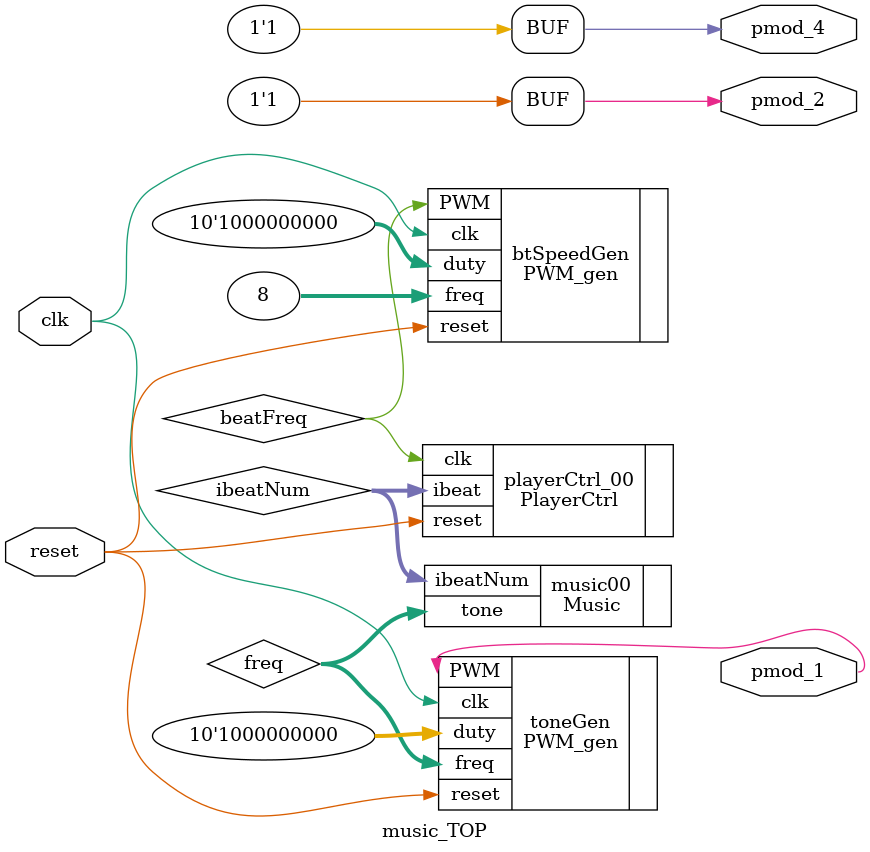
<source format=v>

module music_TOP (
	input clk,
	input reset,
	output pmod_1,
	output pmod_2,
	output pmod_4
);
parameter BEAT_FREQ = 32'd8;	//one beat=0.125sec
parameter DUTY_BEST = 10'd512;	//duty cycle=50%

wire [31:0] freq;
wire [8:0] ibeatNum;
wire beatFreq;

assign pmod_2 = 1'd1;	//no gain(6dB)
assign pmod_4 = 1'd1;	//turn-on

//Generate beat speed
PWM_gen btSpeedGen ( .clk(clk), 
					 .reset(reset),
					 .freq(BEAT_FREQ),
					 .duty(DUTY_BEST), 
					 .PWM(beatFreq)
);
	
//manipulate beat
PlayerCtrl playerCtrl_00 ( .clk(beatFreq),
						   .reset(reset),
						   .ibeat(ibeatNum)
);	
	
//Generate variant freq. of tones
Music music00 ( .ibeatNum(ibeatNum),
				.tone(freq)
);

// Generate particular freq. signal
PWM_gen toneGen ( .clk(clk), 
				  .reset(reset), 
				  .freq(freq),
				  .duty(DUTY_BEST), 
				  .PWM(pmod_1)
);
endmodule
</source>
